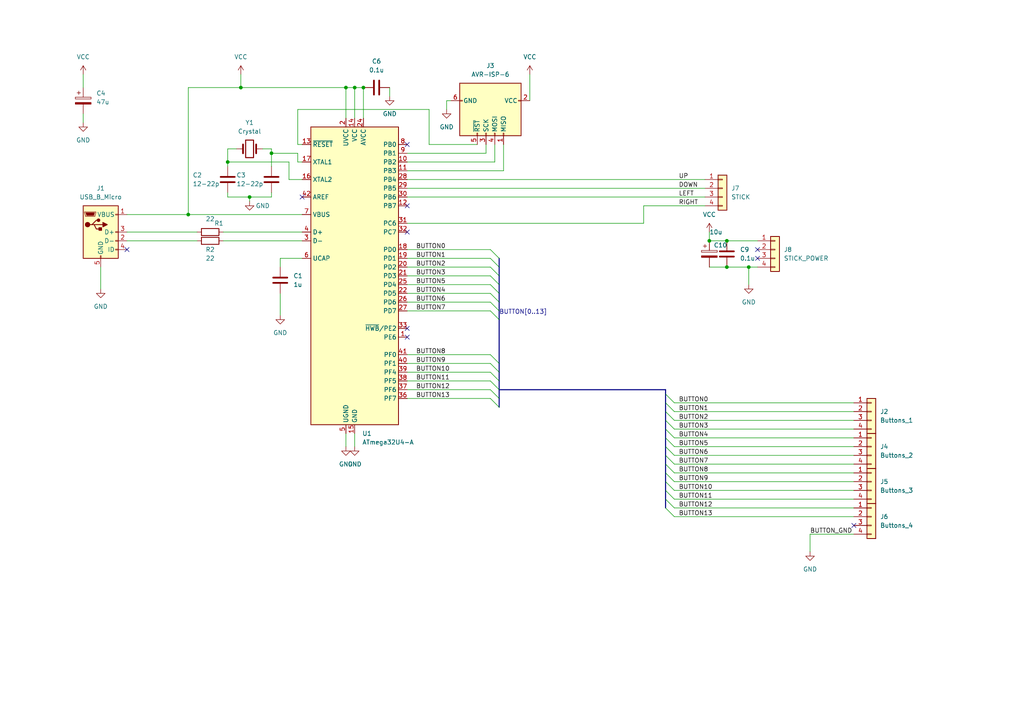
<source format=kicad_sch>
(kicad_sch (version 20230121) (generator eeschema)
  (paper "A4")
  (lib_symbols
    (symbol "Connector:AVR-ISP-6" (pin_names (offset 1.016))
      (property "Reference" "J" (at -6.35 11.43 0))
      (property "Value" "AVR-ISP-6" (at 0 11.43 0))
      (symbol "AVR-ISP-6_0_1"
        (rectangle (start -2.667 -6.858) (end -2.413 -7.62))
        (rectangle (start -2.667 10.16) (end -2.413 9.398))
        (rectangle (start 7.62 -2.413) (end 6.858 -2.667))
        (rectangle (start 7.62 0.127) (end 6.858 -0.127))
        (rectangle (start 7.62 2.667) (end 6.858 2.413))
        (rectangle (start 7.62 5.207) (end 6.858 4.953))
        (rectangle (start 7.62 10.16) (end -7.62 -7.62) (stroke (width 0.254)) (fill (type background)))
      )
      (symbol "AVR-ISP-6_1_1"
        (pin passive line (at 10.16 5.08 180) (length 2.54) (name "MISO") (number "1"))
        (pin passive line (at -2.54 12.7 270) (length 2.54) (name "VCC") (number "2"))
        (pin passive line (at 10.16 0 180) (length 2.54) (name "SCK") (number "3"))
        (pin passive line (at 10.16 2.54 180) (length 2.54) (name "MOSI") (number "4"))
        (pin passive line (at 10.16 -2.54 180) (length 2.54) (name "~{RST}") (number "5"))
        (pin passive line (at -2.54 -10.16 90) (length 2.54) (name "GND") (number "6"))
      )
    )
    (symbol "Connector:USB_B_Micro" (pin_names (offset 1.016))
      (property "Reference" "J1" (at 0 12.7 0))
      (property "Value" "USB_B_Micro" (at 0 10.16 0))
      (symbol "USB_B_Micro_0_1"
        (rectangle (start -5.08 -7.62) (end 5.08 7.62) (stroke (width 0.254)) (fill (type background)))
        (circle (center -3.81 2.159) (radius 0.635) (stroke (width 0.254)) (fill (type outline)))
        (circle (center -0.635 3.429) (radius 0.381) (stroke (width 0.254)) (fill (type outline)))
        (rectangle (start -0.127 -7.62) (end 0.127 -6.858))
        (polyline (pts (xy -1.905 2.159) (xy 0.635 2.159)) (stroke (width 0.254)))
        (polyline (pts (xy -3.175 2.159) (xy -2.54 2.159) (xy -1.27 3.429) (xy -0.635 3.429)) (stroke (width 0.254)))
        (polyline (pts (xy -2.54 2.159) (xy -1.905 2.159) (xy -1.27 0.889) (xy 0 0.889)) (stroke (width 0.254)))
        (polyline (pts (xy 0.635 2.794) (xy 0.635 1.524) (xy 1.905 2.159) (xy 0.635 2.794)) (stroke (width 0.254)) (fill (type outline)))
        (polyline (pts (xy -4.318 5.588) (xy -1.778 5.588) (xy -2.032 4.826) (xy -4.064 4.826) (xy -4.318 5.588)) (fill (type outline)))
        (polyline (pts (xy -4.699 5.842) (xy -4.699 5.588) (xy -4.445 4.826) (xy -4.445 4.572) (xy -1.651 4.572) (xy -1.651 4.826) (xy -1.397 5.588) (xy -1.397 5.842) (xy -4.699 5.842)))
        (rectangle (start 0.254 1.27) (end -0.508 0.508) (stroke (width 0.254)) (fill (type outline)))
        (rectangle (start 5.08 -5.207) (end 4.318 -4.953))
        (rectangle (start 5.08 -2.667) (end 4.318 -2.413))
        (rectangle (start 5.08 -0.127) (end 4.318 0.127))
        (rectangle (start 5.08 4.953) (end 4.318 5.207))
      )
      (symbol "USB_B_Micro_1_1"
        (pin power_out line (at 7.62 5.08 180) (length 2.54) (name "VBUS") (number "1"))
        (pin bidirectional line (at 7.62 -2.54 180) (length 2.54) (name "D-") (number "2"))
        (pin bidirectional line (at 7.62 0 180) (length 2.54) (name "D+") (number "3"))
        (pin passive line (at 7.62 -5.08 180) (length 2.54) (name "ID") (number "4"))
        (pin power_out line (at 0 -10.16 90) (length 2.54) (name "GND") (number "5"))
      )
    )
    (symbol "Connector_Generic:Conn_01x04" (pin_names (offset 1.016) hide)
      (property "Reference" "J" (at 0 5.08 0))
      (property "Value" "Conn_01x04" (at 0 -7.62 0))
      (symbol "Conn_01x04_1_1"
        (rectangle (start -1.27 -4.953) (end 0 -5.207) (stroke (width 0.1524)))
        (rectangle (start -1.27 -2.413) (end 0 -2.667) (stroke (width 0.1524)))
        (rectangle (start -1.27 0.127) (end 0 -0.127) (stroke (width 0.1524)))
        (rectangle (start -1.27 2.667) (end 0 2.413) (stroke (width 0.1524)))
        (rectangle (start -1.27 3.81) (end 1.27 -6.35) (stroke (width 0.254)) (fill (type background)))
        (pin passive line (at -5.08 2.54 0) (length 3.81) (name "Pin_1") (number "1"))
        (pin passive line (at -5.08 0 0) (length 3.81) (name "Pin_2") (number "2"))
        (pin passive line (at -5.08 -2.54 0) (length 3.81) (name "Pin_3") (number "3"))
        (pin passive line (at -5.08 -5.08 0) (length 3.81) (name "Pin_4") (number "4"))
      )
    )
    (symbol "Device:C" (pin_numbers hide) (pin_names (offset 0.254))
      (property "Reference" "C" (at 0.635 2.54 0))
      (property "Value" "C" (at 0.635 -2.54 0))
      (symbol "C_0_1"
        (polyline (pts (xy -2.032 -0.762) (xy 2.032 -0.762)) (stroke (width 0.508)))
        (polyline (pts (xy -2.032 0.762) (xy 2.032 0.762)) (stroke (width 0.508)))
      )
      (symbol "C_1_1"
        (pin passive line (at 0 3.81 270) (length 2.794) (name "~") (number "1"))
        (pin passive line (at 0 -3.81 90) (length 2.794) (name "~") (number "2"))
      )
    )
    (symbol "Device:C_Polarized" (pin_numbers hide) (pin_names (offset 0.254))
      (property "Reference" "C" (at 0.635 2.54 0))
      (property "Value" "C_Polarized" (at 0.635 -2.54 0))
      (symbol "C_Polarized_0_1"
        (rectangle (start -2.286 0.508) (end 2.286 1.016))
        (polyline (pts (xy -1.778 2.286) (xy -0.762 2.286)))
        (polyline (pts (xy -1.27 2.794) (xy -1.27 1.778)))
        (rectangle (start 2.286 -0.508) (end -2.286 -1.016) (fill (type outline)))
      )
      (symbol "C_Polarized_1_1"
        (pin passive line (at 0 3.81 270) (length 2.794) (name "~") (number "1"))
        (pin passive line (at 0 -3.81 90) (length 2.794) (name "~") (number "2"))
      )
    )
    (symbol "Device:Crystal" (pin_numbers hide) (pin_names (offset 1.016) hide)
      (property "Reference" "Y" (at 0 3.81 0))
      (property "Value" "Crystal" (at 0 -3.81 0))
      (symbol "Crystal_0_1"
        (rectangle (start -1.143 2.54) (end 1.143 -2.54) (stroke (width 0.3048)))
        (polyline (pts (xy -2.54 0) (xy -1.905 0)))
        (polyline (pts (xy -1.905 -1.27) (xy -1.905 1.27)) (stroke (width 0.508)))
        (polyline (pts (xy 1.905 -1.27) (xy 1.905 1.27)) (stroke (width 0.508)))
        (polyline (pts (xy 2.54 0) (xy 1.905 0)))
      )
      (symbol "Crystal_1_1"
        (pin passive line (at -3.81 0 0) (length 1.27) (name "1") (number "1"))
        (pin passive line (at 3.81 0 180) (length 1.27) (name "2") (number "2"))
      )
    )
    (symbol "Device:R" (pin_numbers hide) (pin_names (offset 0))
      (property "Reference" "R" (at 2.032 0 90))
      (property "Value" "R" (at 0 0 90))
      (symbol "R_0_1"
        (rectangle (start -1.016 -2.54) (end 1.016 2.54) (stroke (width 0.254)))
      )
      (symbol "R_1_1"
        (pin passive line (at 0 3.81 270) (length 1.27) (name "~") (number "1"))
        (pin passive line (at 0 -3.81 90) (length 1.27) (name "~") (number "2"))
      )
    )
    (symbol "MCU_Microchip_ATmega:ATmega32U4-A"
      (property "Reference" "U" (at -12.7 44.45 0))
      (property "Value" "ATmega32U4-A" (at 2.54 -44.45 0))
      (symbol "ATmega32U4-A_0_1"
        (rectangle (start -12.7 -43.18) (end 12.7 43.18) (stroke (width 0.254)) (fill (type background)))
      )
      (symbol "ATmega32U4-A_1_1"
        (pin bidirectional line (at 15.24 -17.78 180) (length 2.54) (name "PE6") (number "1"))
        (pin bidirectional line (at 15.24 33.02 180) (length 2.54) (name "PB2") (number "10"))
        (pin bidirectional line (at 15.24 30.48 180) (length 2.54) (name "PB3") (number "11"))
        (pin bidirectional line (at 15.24 20.32 180) (length 2.54) (name "PB7") (number "12"))
        (pin input line (at -15.24 38.1 0) (length 2.54) (name "~{RESET}") (number "13"))
        (pin power_in line (at 0 45.72 270) (length 2.54) (name "VCC") (number "14"))
        (pin power_in line (at 0 -45.72 90) (length 2.54) (name "GND") (number "15"))
        (pin output line (at -15.24 27.94 0) (length 2.54) (name "XTAL2") (number "16"))
        (pin input line (at -15.24 33.02 0) (length 2.54) (name "XTAL1") (number "17"))
        (pin bidirectional line (at 15.24 7.62 180) (length 2.54) (name "PD0") (number "18"))
        (pin bidirectional line (at 15.24 5.08 180) (length 2.54) (name "PD1") (number "19"))
        (pin power_in line (at -2.54 45.72 270) (length 2.54) (name "UVCC") (number "2"))
        (pin bidirectional line (at 15.24 2.54 180) (length 2.54) (name "PD2") (number "20"))
        (pin bidirectional line (at 15.24 0 180) (length 2.54) (name "PD3") (number "21"))
        (pin bidirectional line (at 15.24 -5.08 180) (length 2.54) (name "PD5") (number "22"))
        (pin passive line (at 0 -45.72 90) (length 2.54) hide (name "GND") (number "23"))
        (pin power_in line (at 2.54 45.72 270) (length 2.54) (name "AVCC") (number "24"))
        (pin bidirectional line (at 15.24 -2.54 180) (length 2.54) (name "PD4") (number "25"))
        (pin bidirectional line (at 15.24 -7.62 180) (length 2.54) (name "PD6") (number "26"))
        (pin bidirectional line (at 15.24 -10.16 180) (length 2.54) (name "PD7") (number "27"))
        (pin bidirectional line (at 15.24 27.94 180) (length 2.54) (name "PB4") (number "28"))
        (pin bidirectional line (at 15.24 25.4 180) (length 2.54) (name "PB5") (number "29"))
        (pin bidirectional line (at -15.24 10.16 0) (length 2.54) (name "D-") (number "3"))
        (pin bidirectional line (at 15.24 22.86 180) (length 2.54) (name "PB6") (number "30"))
        (pin bidirectional line (at 15.24 15.24 180) (length 2.54) (name "PC6") (number "31"))
        (pin bidirectional line (at 15.24 12.7 180) (length 2.54) (name "PC7") (number "32"))
        (pin bidirectional line (at 15.24 -15.24 180) (length 2.54) (name "~{HWB}/PE2") (number "33"))
        (pin passive line (at 0 45.72 270) (length 2.54) hide (name "VCC") (number "34"))
        (pin passive line (at 0 -45.72 90) (length 2.54) hide (name "GND") (number "35"))
        (pin bidirectional line (at 15.24 -35.56 180) (length 2.54) (name "PF7") (number "36"))
        (pin bidirectional line (at 15.24 -33.02 180) (length 2.54) (name "PF6") (number "37"))
        (pin bidirectional line (at 15.24 -30.48 180) (length 2.54) (name "PF5") (number "38"))
        (pin bidirectional line (at 15.24 -27.94 180) (length 2.54) (name "PF4") (number "39"))
        (pin bidirectional line (at -15.24 12.7 0) (length 2.54) (name "D+") (number "4"))
        (pin bidirectional line (at 15.24 -25.4 180) (length 2.54) (name "PF1") (number "40"))
        (pin bidirectional line (at 15.24 -22.86 180) (length 2.54) (name "PF0") (number "41"))
        (pin passive line (at -15.24 22.86 0) (length 2.54) (name "AREF") (number "42"))
        (pin passive line (at 0 -45.72 90) (length 2.54) hide (name "GND") (number "43"))
        (pin passive line (at 2.54 45.72 270) (length 2.54) hide (name "AVCC") (number "44"))
        (pin passive line (at -2.54 -45.72 90) (length 2.54) (name "UGND") (number "5"))
        (pin passive line (at -15.24 5.08 0) (length 2.54) (name "UCAP") (number "6"))
        (pin input line (at -15.24 17.78 0) (length 2.54) (name "VBUS") (number "7"))
        (pin bidirectional line (at 15.24 38.1 180) (length 2.54) (name "PB0") (number "8"))
        (pin bidirectional line (at 15.24 35.56 180) (length 2.54) (name "PB1") (number "9"))
      )
    )
    (symbol "power:GND" (power) (pin_names (offset 0))
      (property "Value" "GND" (at 0 -3.81 0))
      (symbol "GND_0_1"
        (polyline (pts (xy 0 0) (xy 0 -1.27) (xy 1.27 -1.27) (xy 0 -2.54) (xy -1.27 -1.27) (xy 0 -1.27)))
      )
      (symbol "GND_1_1"
        (pin power_in line (at 0 0 270) (length 0) hide (name "GND") (number "1"))
      )
    )
    (symbol "power:VCC" (power) (pin_names (offset 0))
      (property "Value" "VCC" (at 0 3.81 0))
      (symbol "VCC_0_1"
        (polyline (pts (xy -0.762 1.27) (xy 0 2.54)))
        (polyline (pts (xy 0 0) (xy 0 2.54)))
        (polyline (pts (xy 0 2.54) (xy 0.762 1.27)))
      )
      (symbol "VCC_1_1"
        (pin power_in line (at 0 0 90) (length 0) hide (name "VCC") (number "1"))
      )
    )
  )
  (junction (at 69.85 25.4))
  (junction (at 100.33 25.4))
  (junction (at 210.82 69.85))
  (junction (at 210.82 77.47))
  (junction (at 205.74 69.85))
  (junction (at 54.61 62.23))
  (junction (at 72.39 57.15))
  (junction (at 105.41 25.4))
  (junction (at 66.04 46.99))
  (junction (at 217.17 77.47))
  (junction (at 78.74 44.45))
  (junction (at 102.87 25.4))
  (no_connect (at 219.71 74.93))
  (no_connect (at 87.63 57.15))
  (no_connect (at 219.71 72.39))
  (no_connect (at 118.11 97.79))
  (no_connect (at 118.11 67.31))
  (no_connect (at 118.11 95.25))
  (no_connect (at 36.83 72.39))
  (no_connect (at 118.11 59.69))
  (no_connect (at 118.11 41.91))
  (no_connect (at 247.65 152.4))
  (bus_entry (at 142.24 72.39) (size 2.54 2.54))
  (bus_entry (at 142.24 82.55) (size 2.54 2.54))
  (bus_entry (at 142.24 102.87) (size 2.54 2.54))
  (bus_entry (at 193.04 142.24) (size 2.54 2.54))
  (bus_entry (at 142.24 87.63) (size 2.54 2.54))
  (bus_entry (at 142.24 107.95) (size 2.54 2.54))
  (bus_entry (at 142.24 105.41) (size 2.54 2.54))
  (bus_entry (at 193.04 116.84) (size 2.54 2.54))
  (bus_entry (at 193.04 137.16) (size 2.54 2.54))
  (bus_entry (at 142.24 113.03) (size 2.54 2.54))
  (bus_entry (at 193.04 144.78) (size 2.54 2.54))
  (bus_entry (at 142.24 80.01) (size 2.54 2.54))
  (bus_entry (at 193.04 139.7) (size 2.54 2.54))
  (bus_entry (at 193.04 119.38) (size 2.54 2.54))
  (bus_entry (at 142.24 77.47) (size 2.54 2.54))
  (bus_entry (at 193.04 127) (size 2.54 2.54))
  (bus_entry (at 142.24 115.57) (size 2.54 2.54))
  (bus_entry (at 142.24 74.93) (size 2.54 2.54))
  (bus_entry (at 142.24 110.49) (size 2.54 2.54))
  (bus_entry (at 193.04 124.46) (size 2.54 2.54))
  (bus_entry (at 193.04 132.08) (size 2.54 2.54))
  (bus_entry (at 193.04 147.32) (size 2.54 2.54))
  (bus_entry (at 193.04 114.3) (size 2.54 2.54))
  (bus_entry (at 193.04 134.62) (size 2.54 2.54))
  (bus_entry (at 142.24 85.09) (size 2.54 2.54))
  (bus_entry (at 142.24 90.17) (size 2.54 2.54))
  (bus_entry (at 193.04 121.92) (size 2.54 2.54))
  (bus_entry (at 193.04 129.54) (size 2.54 2.54))
  (wire (pts (xy 186.69 59.69) (xy 204.47 59.69)))
  (wire (pts (xy 66.04 57.15) (xy 72.39 57.15)))
  (wire (pts (xy 66.04 43.18) (xy 66.04 46.99)))
  (wire (pts (xy 86.36 31.75) (xy 124.46 31.75)))
  (wire (pts (xy 118.11 102.87) (xy 142.24 102.87)))
  (wire (pts (xy 195.58 142.24) (xy 247.65 142.24)))
  (wire (pts (xy 195.58 121.92) (xy 247.65 121.92)))
  (wire (pts (xy 195.58 139.7) (xy 247.65 139.7)))
  (wire (pts (xy 186.69 64.77) (xy 186.69 59.69)))
  (wire (pts (xy 118.11 64.77) (xy 186.69 64.77)))
  (wire (pts (xy 118.11 90.17) (xy 142.24 90.17)))
  (bus (pts (xy 193.04 119.38) (xy 193.04 116.84)))
  (wire (pts (xy 66.04 55.88) (xy 66.04 57.15)))
  (wire (pts (xy 78.74 57.15) (xy 78.74 55.88)))
  (wire (pts (xy 118.11 85.09) (xy 142.24 85.09)))
  (wire (pts (xy 66.04 46.99) (xy 66.04 48.26)))
  (bus (pts (xy 193.04 144.78) (xy 193.04 147.32)))
  (bus (pts (xy 193.04 134.62) (xy 193.04 132.08)))
  (wire (pts (xy 118.11 72.39) (xy 142.24 72.39)))
  (wire (pts (xy 146.05 49.53) (xy 146.05 41.91)))
  (wire (pts (xy 195.58 119.38) (xy 247.65 119.38)))
  (wire (pts (xy 81.28 74.93) (xy 87.63 74.93)))
  (wire (pts (xy 118.11 107.95) (xy 142.24 107.95)))
  (wire (pts (xy 24.13 21.59) (xy 24.13 25.4)))
  (bus (pts (xy 144.78 85.09) (xy 144.78 87.63)))
  (wire (pts (xy 140.97 44.45) (xy 140.97 41.91)))
  (wire (pts (xy 69.85 25.4) (xy 100.33 25.4)))
  (wire (pts (xy 195.58 134.62) (xy 247.65 134.62)))
  (wire (pts (xy 210.82 77.47) (xy 217.17 77.47)))
  (bus (pts (xy 144.78 82.55) (xy 144.78 85.09)))
  (wire (pts (xy 118.11 113.03) (xy 142.24 113.03)))
  (wire (pts (xy 195.58 132.08) (xy 247.65 132.08)))
  (wire (pts (xy 68.58 43.18) (xy 66.04 43.18)))
  (wire (pts (xy 78.74 44.45) (xy 86.36 44.45)))
  (wire (pts (xy 195.58 144.78) (xy 247.65 144.78)))
  (wire (pts (xy 81.28 77.47) (xy 81.28 74.93)))
  (wire (pts (xy 195.58 149.86) (xy 247.65 149.86)))
  (wire (pts (xy 69.85 21.59) (xy 69.85 25.4)))
  (bus (pts (xy 193.04 139.7) (xy 193.04 137.16)))
  (bus (pts (xy 193.04 127) (xy 193.04 124.46)))
  (wire (pts (xy 124.46 31.75) (xy 124.46 41.91)))
  (wire (pts (xy 118.11 77.47) (xy 142.24 77.47)))
  (wire (pts (xy 210.82 69.85) (xy 219.71 69.85)))
  (wire (pts (xy 118.11 80.01) (xy 142.24 80.01)))
  (wire (pts (xy 234.95 154.94) (xy 234.95 160.02)))
  (bus (pts (xy 144.78 92.71) (xy 144.78 105.41)))
  (wire (pts (xy 118.11 54.61) (xy 204.47 54.61)))
  (bus (pts (xy 144.78 87.63) (xy 144.78 90.17)))
  (bus (pts (xy 193.04 116.84) (xy 193.04 114.3)))
  (wire (pts (xy 86.36 41.91) (xy 87.63 41.91)))
  (wire (pts (xy 100.33 125.73) (xy 100.33 129.54)))
  (wire (pts (xy 72.39 57.15) (xy 78.74 57.15)))
  (wire (pts (xy 143.51 46.99) (xy 118.11 46.99)))
  (wire (pts (xy 153.67 21.59) (xy 153.67 29.21)))
  (wire (pts (xy 54.61 25.4) (xy 69.85 25.4)))
  (bus (pts (xy 144.78 110.49) (xy 144.78 113.03)))
  (wire (pts (xy 195.58 124.46) (xy 247.65 124.46)))
  (bus (pts (xy 193.04 142.24) (xy 193.04 139.7)))
  (wire (pts (xy 205.74 67.31) (xy 205.74 69.85)))
  (bus (pts (xy 144.78 74.93) (xy 144.78 77.47)))
  (wire (pts (xy 129.54 29.21) (xy 129.54 31.75)))
  (bus (pts (xy 144.78 113.03) (xy 193.04 113.03)))
  (wire (pts (xy 64.77 69.85) (xy 87.63 69.85)))
  (wire (pts (xy 102.87 25.4) (xy 105.41 25.4)))
  (wire (pts (xy 118.11 57.15) (xy 204.47 57.15)))
  (wire (pts (xy 118.11 110.49) (xy 142.24 110.49)))
  (wire (pts (xy 217.17 77.47) (xy 217.17 82.55)))
  (wire (pts (xy 195.58 147.32) (xy 247.65 147.32)))
  (bus (pts (xy 193.04 121.92) (xy 193.04 119.38)))
  (wire (pts (xy 195.58 137.16) (xy 247.65 137.16)))
  (wire (pts (xy 24.13 33.02) (xy 24.13 35.56)))
  (wire (pts (xy 195.58 127) (xy 247.65 127)))
  (bus (pts (xy 193.04 144.78) (xy 193.04 142.24)))
  (bus (pts (xy 193.04 124.46) (xy 193.04 121.92)))
  (wire (pts (xy 143.51 41.91) (xy 143.51 46.99)))
  (wire (pts (xy 86.36 44.45) (xy 86.36 46.99)))
  (wire (pts (xy 64.77 67.31) (xy 87.63 67.31)))
  (wire (pts (xy 205.74 77.47) (xy 210.82 77.47)))
  (wire (pts (xy 118.11 115.57) (xy 142.24 115.57)))
  (bus (pts (xy 193.04 114.3) (xy 193.04 113.03)))
  (bus (pts (xy 144.78 113.03) (xy 144.78 115.57)))
  (bus (pts (xy 144.78 77.47) (xy 144.78 80.01)))
  (wire (pts (xy 81.28 85.09) (xy 81.28 91.44)))
  (bus (pts (xy 144.78 80.01) (xy 144.78 82.55)))
  (wire (pts (xy 86.36 46.99) (xy 87.63 46.99)))
  (wire (pts (xy 36.83 67.31) (xy 57.15 67.31)))
  (wire (pts (xy 118.11 82.55) (xy 142.24 82.55)))
  (wire (pts (xy 118.11 49.53) (xy 146.05 49.53)))
  (wire (pts (xy 118.11 105.41) (xy 142.24 105.41)))
  (wire (pts (xy 205.74 69.85) (xy 210.82 69.85)))
  (wire (pts (xy 118.11 74.93) (xy 142.24 74.93)))
  (wire (pts (xy 66.04 46.99) (xy 83.82 46.99)))
  (wire (pts (xy 54.61 62.23) (xy 87.63 62.23)))
  (wire (pts (xy 29.21 77.47) (xy 29.21 83.82)))
  (wire (pts (xy 247.65 154.94) (xy 234.95 154.94)))
  (wire (pts (xy 118.11 87.63) (xy 142.24 87.63)))
  (wire (pts (xy 219.71 77.47) (xy 217.17 77.47)))
  (wire (pts (xy 36.83 62.23) (xy 54.61 62.23)))
  (wire (pts (xy 100.33 25.4) (xy 102.87 25.4)))
  (bus (pts (xy 144.78 105.41) (xy 144.78 107.95)))
  (wire (pts (xy 118.11 44.45) (xy 140.97 44.45)))
  (wire (pts (xy 102.87 25.4) (xy 102.87 34.29)))
  (wire (pts (xy 195.58 116.84) (xy 247.65 116.84)))
  (bus (pts (xy 193.04 132.08) (xy 193.04 129.54)))
  (wire (pts (xy 83.82 46.99) (xy 83.82 52.07)))
  (wire (pts (xy 78.74 43.18) (xy 78.74 44.45)))
  (bus (pts (xy 193.04 137.16) (xy 193.04 134.62)))
  (wire (pts (xy 36.83 69.85) (xy 57.15 69.85)))
  (wire (pts (xy 102.87 125.73) (xy 102.87 129.54)))
  (wire (pts (xy 86.36 31.75) (xy 86.36 41.91)))
  (wire (pts (xy 124.46 41.91) (xy 138.43 41.91)))
  (wire (pts (xy 105.41 25.4) (xy 105.41 34.29)))
  (bus (pts (xy 144.78 90.17) (xy 144.78 92.71)))
  (wire (pts (xy 72.39 57.15) (xy 72.39 58.42)))
  (wire (pts (xy 100.33 25.4) (xy 100.33 34.29)))
  (wire (pts (xy 78.74 44.45) (xy 78.74 48.26)))
  (wire (pts (xy 54.61 62.23) (xy 54.61 25.4)))
  (bus (pts (xy 144.78 107.95) (xy 144.78 110.49)))
  (wire (pts (xy 83.82 52.07) (xy 87.63 52.07)))
  (wire (pts (xy 76.2 43.18) (xy 78.74 43.18)))
  (wire (pts (xy 195.58 129.54) (xy 247.65 129.54)))
  (bus (pts (xy 193.04 129.54) (xy 193.04 127)))
  (wire (pts (xy 118.11 52.07) (xy 204.47 52.07)))
  (wire (pts (xy 113.03 25.4) (xy 113.03 27.94)))
  (wire (pts (xy 129.54 29.21) (xy 130.81 29.21)))
  (bus (pts (xy 144.78 115.57) (xy 144.78 118.11)))
  (label "BUTTON7" (at 120.65 90.17 0))
  (label "BUTTON4" (at 196.85 127 0))
  (label "BUTTON10" (at 120.65 107.95 0))
  (label "BUTTON8" (at 120.65 102.87 0))
  (label "BUTTON1" (at 196.85 119.38 0))
  (label "BUTTON13" (at 120.65 115.57 0))
  (label "BUTTON6" (at 196.85 132.08 0))
  (label "BUTTON3" (at 196.85 124.46 0))
  (label "BUTTON10" (at 196.85 142.24 0))
  (label "BUTTON[0..13]" (at 144.78 91.44 0))
  (label "BUTTON9" (at 196.85 139.7 0))
  (label "UP" (at 196.85 52.07 0))
  (label "BUTTON6" (at 120.65 87.63 0))
  (label "BUTTON0" (at 120.65 72.39 0))
  (label "BUTTON1" (at 120.65 74.93 0))
  (label "BUTTON12" (at 196.85 147.32 0))
  (label "BUTTON12" (at 120.65 113.03 0))
  (label "BUTTON5" (at 196.85 129.54 0))
  (label "BUTTON2" (at 196.85 121.92 0))
  (label "BUTTON9" (at 120.65 105.41 0))
  (label "BUTTON11" (at 196.85 144.78 0))
  (label "BUTTON13" (at 196.85 149.86 0))
  (label "DOWN" (at 196.85 54.61 0))
  (label "BUTTON11" (at 120.65 110.49 0))
  (label "LEFT" (at 196.85 57.15 0))
  (label "RIGHT" (at 196.85 59.69 0))
  (label "BUTTON2" (at 120.65 77.47 0))
  (label "BUTTON0" (at 196.85 116.84 0))
  (label "BUTTON3" (at 120.65 80.01 0))
  (label "BUTTON5" (at 120.65 82.55 0))
  (label "BUTTON8" (at 196.85 137.16 0))
  (label "BUTTON_GND" (at 234.95 154.94 0))
  (label "BUTTON4" (at 120.65 85.09 0))
  (label "BUTTON7" (at 196.85 134.62 0))
  (symbol (lib_id "power:VCC") (at 69.85 21.59 0) (unit 1)
    (property "Reference" "#PWR02" (effects hide))
    (property "Value" "VCC" (at 69.85 16.51 0))
  )
  (symbol (lib_id "power:GND") (at 102.87 129.54 0) (unit 1)
    (property "Reference" "#PWR05" (effects hide))
    (property "Value" "GND" (at 102.87 134.62 0))
  )
  (symbol (lib_id "Device:R") (at 60.96 67.31 90) (unit 1)
    (property "Reference" "R1" (at 63.5 64.77 90))
    (property "Value" "22" (at 60.96 63.5 90))
    (property "Footprint" "Resistor_THT:R_Axial_DIN0411_L9.9mm_D3.6mm_P12.70mm_Horizontal" (effects hide))
  )
  (symbol (lib_id "power:VCC") (at 153.67 21.59 0) (unit 1)
    (property "Reference" "#PWR07" (effects hide))
    (property "Value" "VCC" (at 153.67 16.51 0))
  )
  (symbol (lib_id "Connector_Generic:Conn_01x04") (at 252.73 139.7 0) (unit 1)
    (property "Reference" "J5" (at 255.27 139.7 0) (effects (justify left)))
    (property "Value" "Buttons_3" (at 255.27 142.24 0) (effects (justify left)))
    (property "Footprint" "Connector_JST:JST_XH_B4B-XH-AM_1x04_P2.50mm_Vertical" (effects hide))
  )
  (symbol (lib_id "MCU_Microchip_ATmega:ATmega32U4-A") (at 102.87 80.01 0) (unit 1)
    (property "Reference" "U1" (at 105.0641 125.73 0) (effects (justify left)))
    (property "Value" "ATmega32U4-A" (at 105.0641 128.27 0) (effects (justify left)))
    (property "Footprint" "Package_QFP:TQFP-44_10x10mm_P0.8mm" (effects hide))
    (property "Datasheet" "http://ww1.microchip.com/downloads/en/DeviceDoc/Atmel-7766-8-bit-AVR-ATmega16U4-32U4_Datasheet.pdf" (effects hide))
  )
  (symbol (lib_id "Connector_Generic:Conn_01x04") (at 252.73 119.38 0) (unit 1)
    (property "Reference" "J2" (at 255.27 119.38 0) (effects (justify left)))
    (property "Value" "Buttons_1" (at 255.27 121.92 0) (effects (justify left)))
    (property "Footprint" "Connector_JST:JST_XH_B4B-XH-AM_1x04_P2.50mm_Vertical" (effects hide))
  )
  (symbol (lib_id "power:VCC") (at 24.13 21.59 0) (unit 1)
    (property "Reference" "#PWR031" (effects hide))
    (property "Value" "VCC" (at 24.13 16.51 0))
  )
  (symbol (lib_id "power:VCC") (at 205.74 67.31 0) (unit 1)
    (property "Reference" "#PWR035" (effects hide))
    (property "Value" "VCC" (at 205.74 62.23 0))
  )
  (symbol (lib_id "Connector:USB_B_Micro") (at 29.21 67.31 0) (unit 1)
    (property "Reference" "J1" (at 29.21 54.61 0))
    (property "Value" "USB_B_Micro" (at 29.21 57.15 0))
    (property "Footprint" "Connector_PinSocket_2.54mm:PinSocket_1x05_P2.54mm_Vertical" (effects hide))
  )
  (symbol (lib_id "power:GND") (at 29.21 83.82 0) (unit 1)
    (property "Reference" "#PWR03" (effects hide))
    (property "Value" "GND" (at 29.21 88.9 0))
  )
  (symbol (lib_id "power:GND") (at 217.17 82.55 0) (unit 1)
    (property "Reference" "#PWR033" (effects hide))
    (property "Value" "GND" (at 217.17 87.63 0))
  )
  (symbol (lib_id "Device:R") (at 60.96 69.85 90) (unit 1)
    (property "Reference" "R2" (at 60.96 72.39 90))
    (property "Value" "22" (at 60.96 74.93 90))
    (property "Footprint" "Resistor_THT:R_Axial_DIN0411_L9.9mm_D3.6mm_P12.70mm_Horizontal" (effects hide))
  )
  (symbol (lib_id "Connector_Generic:Conn_01x04") (at 209.55 54.61 0) (unit 1)
    (property "Reference" "J7" (at 212.09 54.61 0) (effects (justify left)))
    (property "Value" "STICK" (at 212.09 57.15 0) (effects (justify left)))
    (property "Footprint" "Connector_JST:JST_XH_B4B-XH-AM_1x04_P2.50mm_Vertical" (effects hide))
  )
  (symbol (lib_id "power:GND") (at 24.13 35.56 0) (unit 1)
    (property "Reference" "#PWR030" (effects hide))
    (property "Value" "GND" (at 24.13 40.64 0))
  )
  (symbol (lib_id "Device:Crystal") (at 72.39 43.18 0) (unit 1)
    (property "Reference" "Y1" (at 72.39 35.56 0))
    (property "Value" "Crystal" (at 72.39 38.1 0))
    (property "Footprint" "Crystal:Crystal_HC49-4H_Vertical" (effects hide))
  )
  (symbol (lib_id "Device:C_Polarized") (at 205.74 73.66 0) (unit 1)
    (property "Reference" "C10" (at 207.01 71.12 0) (effects (justify left)))
    (property "Value" "10u" (at 205.74 67.31 0) (effects (justify left)))
    (property "Footprint" "Capacitor_THT:CP_Radial_D4.0mm_P1.50mm" (effects hide))
  )
  (symbol (lib_id "power:GND") (at 234.95 160.02 0) (unit 1)
    (property "Reference" "#PWR023" (effects hide))
    (property "Value" "GND" (at 234.95 165.1 0))
  )
  (symbol (lib_id "power:GND") (at 100.33 129.54 0) (unit 1)
    (property "Reference" "#PWR04" (effects hide))
    (property "Value" "GND" (at 100.33 134.62 0))
  )
  (symbol (lib_id "Device:C") (at 210.82 73.66 0) (unit 1)
    (property "Reference" "C9" (at 214.63 72.39 0) (effects (justify left)))
    (property "Value" "0.1u" (at 214.63 74.93 0) (effects (justify left)))
    (property "Footprint" "Capacitor_THT:C_Disc_D3.0mm_W2.0mm_P2.50mm" (effects hide))
  )
  (symbol (lib_id "power:GND") (at 129.54 31.75 0) (unit 1)
    (property "Reference" "#PWR08" (effects hide))
    (property "Value" "GND" (at 129.54 36.83 0))
  )
  (symbol (lib_id "power:GND") (at 113.03 27.94 0) (unit 1)
    (property "Reference" "#PWR032" (effects hide))
    (property "Value" "GND" (at 113.03 33.02 0))
  )
  (symbol (lib_id "Connector_Generic:Conn_01x04") (at 252.73 129.54 0) (unit 1)
    (property "Reference" "J4" (at 255.27 129.54 0) (effects (justify left)))
    (property "Value" "Buttons_2" (at 255.27 132.08 0) (effects (justify left)))
    (property "Footprint" "Connector_JST:JST_XH_B4B-XH-AM_1x04_P2.50mm_Vertical" (effects hide))
  )
  (symbol (lib_id "Connector_Generic:Conn_01x04") (at 252.73 149.86 0) (unit 1)
    (property "Reference" "J6" (at 255.27 149.86 0) (effects (justify left)))
    (property "Value" "Buttons_4" (at 255.27 152.4 0) (effects (justify left)))
    (property "Footprint" "Connector_JST:JST_XH_B4B-XH-AM_1x04_P2.50mm_Vertical" (effects hide))
  )
  (symbol (lib_id "Connector:AVR-ISP-6") (at 140.97 31.75 270) (unit 1)
    (property "Reference" "J3" (at 142.24 19.05 90))
    (property "Value" "AVR-ISP-6" (at 142.24 21.59 90))
    (property "Footprint" "Connector_PinHeader_2.54mm:PinHeader_2x03_P2.54mm_Vertical" (effects hide))
    (property "Datasheet" " ~" (effects hide))
  )
  (symbol (lib_id "Device:C_Polarized") (at 24.13 29.21 0) (unit 1)
    (property "Reference" "C4" (at 27.94 27.051 0) (effects (justify left)))
    (property "Value" "47u" (at 27.94 29.591 0) (effects (justify left)))
    (property "Footprint" "Capacitor_THT:CP_Radial_D4.0mm_P1.50mm" (effects hide))
  )
  (symbol (lib_id "power:GND") (at 81.28 91.44 0) (unit 1)
    (property "Reference" "#PWR01" (effects hide))
    (property "Value" "GND" (at 81.28 96.52 0))
  )
  (symbol (lib_id "Device:C") (at 81.28 81.28 0) (unit 1)
    (property "Reference" "C1" (at 85.09 80.01 0) (effects (justify left)))
    (property "Value" "1u" (at 85.09 82.55 0) (effects (justify left)))
    (property "Footprint" "Capacitor_THT:C_Disc_D5.1mm_W3.2mm_P5.00mm" (effects hide))
  )
  (symbol (lib_id "Device:C") (at 78.74 52.07 0) (unit 1)
    (property "Reference" "C3" (at 68.58 50.8 0) (effects (justify left)))
    (property "Value" "12-22p" (at 68.58 53.34 0) (effects (justify left)))
    (property "Footprint" "Capacitor_THT:C_Disc_D5.0mm_W2.5mm_P2.50mm" (effects hide))
  )
  (symbol (lib_id "Device:C") (at 66.04 52.07 0) (unit 1)
    (property "Reference" "C2" (at 55.88 50.8 0) (effects (justify left)))
    (property "Value" "12-22p" (at 55.88 53.34 0) (effects (justify left)))
    (property "Footprint" "Capacitor_THT:C_Disc_D5.0mm_W2.5mm_P2.50mm" (effects hide))
  )
  (symbol (lib_id "Device:C") (at 109.22 25.4 90) (unit 1)
    (property "Reference" "C6" (at 109.22 17.78 90))
    (property "Value" "0.1u" (at 109.22 20.32 90))
    (property "Footprint" "Capacitor_THT:C_Disc_D3.0mm_W2.0mm_P2.50mm" (effects hide))
  )
  (symbol (lib_id "power:GND") (at 72.39 58.42 0) (mirror y) (unit 1)
    (property "Reference" "#PWR06" (effects hide))
    (property "Value" "GND" (at 76.2 59.69 0))
  )
  (symbol (lib_id "Connector_Generic:Conn_01x04") (at 224.79 72.39 0) (unit 1)
    (property "Reference" "J8" (at 227.33 72.39 0) (effects (justify left)))
    (property "Value" "STICK_POWER" (at 227.33 74.93 0) (effects (justify left)))
    (property "Footprint" "Connector_JST:JST_XH_B4B-XH-AM_1x04_P2.50mm_Vertical" (effects hide))
  )
)
</source>
